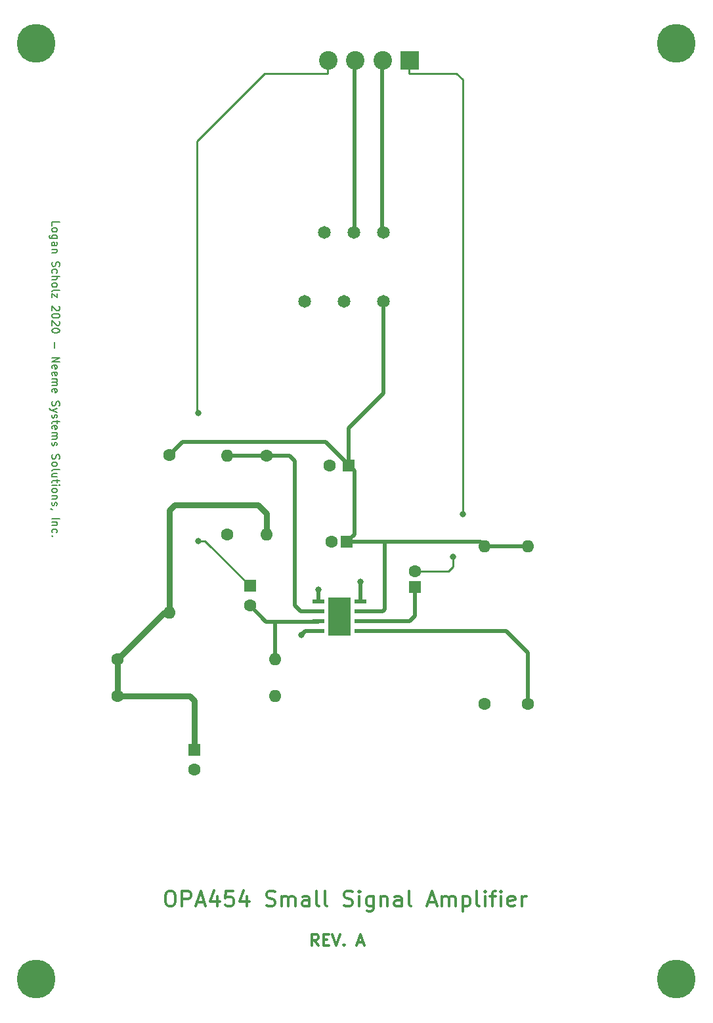
<source format=gbr>
%TF.GenerationSoftware,KiCad,Pcbnew,(5.1.6)-1*%
%TF.CreationDate,2020-11-12T12:18:02-07:00*%
%TF.ProjectId,OPA454_SmallSig_Amp,4f504134-3534-45f5-936d-616c6c536967,rev?*%
%TF.SameCoordinates,Original*%
%TF.FileFunction,Copper,L1,Top*%
%TF.FilePolarity,Positive*%
%FSLAX46Y46*%
G04 Gerber Fmt 4.6, Leading zero omitted, Abs format (unit mm)*
G04 Created by KiCad (PCBNEW (5.1.6)-1) date 2020-11-12 12:18:02*
%MOMM*%
%LPD*%
G01*
G04 APERTURE LIST*
%TA.AperFunction,NonConductor*%
%ADD10C,0.300000*%
%TD*%
%TA.AperFunction,NonConductor*%
%ADD11C,0.150000*%
%TD*%
%TA.AperFunction,ComponentPad*%
%ADD12C,5.000000*%
%TD*%
%TA.AperFunction,ComponentPad*%
%ADD13O,1.600000X1.600000*%
%TD*%
%TA.AperFunction,ComponentPad*%
%ADD14C,1.600000*%
%TD*%
%TA.AperFunction,ComponentPad*%
%ADD15C,1.650000*%
%TD*%
%TA.AperFunction,ComponentPad*%
%ADD16C,2.400000*%
%TD*%
%TA.AperFunction,ComponentPad*%
%ADD17R,2.400000X2.400000*%
%TD*%
%TA.AperFunction,ComponentPad*%
%ADD18R,1.600000X1.600000*%
%TD*%
%TA.AperFunction,ComponentPad*%
%ADD19C,0.300000*%
%TD*%
%TA.AperFunction,SMDPad,CuDef*%
%ADD20R,2.950000X4.900000*%
%TD*%
%TA.AperFunction,SMDPad,CuDef*%
%ADD21R,1.550000X0.600000*%
%TD*%
%TA.AperFunction,ViaPad*%
%ADD22C,0.800000*%
%TD*%
%TA.AperFunction,Conductor*%
%ADD23C,0.500000*%
%TD*%
%TA.AperFunction,Conductor*%
%ADD24C,0.750000*%
%TD*%
%TA.AperFunction,Conductor*%
%ADD25C,0.250000*%
%TD*%
G04 APERTURE END LIST*
D10*
X96071428Y-153928571D02*
X95571428Y-153214285D01*
X95214285Y-153928571D02*
X95214285Y-152428571D01*
X95785714Y-152428571D01*
X95928571Y-152500000D01*
X96000000Y-152571428D01*
X96071428Y-152714285D01*
X96071428Y-152928571D01*
X96000000Y-153071428D01*
X95928571Y-153142857D01*
X95785714Y-153214285D01*
X95214285Y-153214285D01*
X96714285Y-153142857D02*
X97214285Y-153142857D01*
X97428571Y-153928571D02*
X96714285Y-153928571D01*
X96714285Y-152428571D01*
X97428571Y-152428571D01*
X97857142Y-152428571D02*
X98357142Y-153928571D01*
X98857142Y-152428571D01*
X99357142Y-153785714D02*
X99428571Y-153857142D01*
X99357142Y-153928571D01*
X99285714Y-153857142D01*
X99357142Y-153785714D01*
X99357142Y-153928571D01*
X101142857Y-153500000D02*
X101857142Y-153500000D01*
X101000000Y-153928571D02*
X101500000Y-152428571D01*
X102000000Y-153928571D01*
D11*
X61697619Y-61088095D02*
X61697619Y-60611904D01*
X62697619Y-60611904D01*
X61697619Y-61564285D02*
X61745238Y-61469047D01*
X61792857Y-61421428D01*
X61888095Y-61373809D01*
X62173809Y-61373809D01*
X62269047Y-61421428D01*
X62316666Y-61469047D01*
X62364285Y-61564285D01*
X62364285Y-61707142D01*
X62316666Y-61802380D01*
X62269047Y-61850000D01*
X62173809Y-61897619D01*
X61888095Y-61897619D01*
X61792857Y-61850000D01*
X61745238Y-61802380D01*
X61697619Y-61707142D01*
X61697619Y-61564285D01*
X62364285Y-62754761D02*
X61554761Y-62754761D01*
X61459523Y-62707142D01*
X61411904Y-62659523D01*
X61364285Y-62564285D01*
X61364285Y-62421428D01*
X61411904Y-62326190D01*
X61745238Y-62754761D02*
X61697619Y-62659523D01*
X61697619Y-62469047D01*
X61745238Y-62373809D01*
X61792857Y-62326190D01*
X61888095Y-62278571D01*
X62173809Y-62278571D01*
X62269047Y-62326190D01*
X62316666Y-62373809D01*
X62364285Y-62469047D01*
X62364285Y-62659523D01*
X62316666Y-62754761D01*
X61697619Y-63659523D02*
X62221428Y-63659523D01*
X62316666Y-63611904D01*
X62364285Y-63516666D01*
X62364285Y-63326190D01*
X62316666Y-63230952D01*
X61745238Y-63659523D02*
X61697619Y-63564285D01*
X61697619Y-63326190D01*
X61745238Y-63230952D01*
X61840476Y-63183333D01*
X61935714Y-63183333D01*
X62030952Y-63230952D01*
X62078571Y-63326190D01*
X62078571Y-63564285D01*
X62126190Y-63659523D01*
X62364285Y-64135714D02*
X61697619Y-64135714D01*
X62269047Y-64135714D02*
X62316666Y-64183333D01*
X62364285Y-64278571D01*
X62364285Y-64421428D01*
X62316666Y-64516666D01*
X62221428Y-64564285D01*
X61697619Y-64564285D01*
X61745238Y-65754761D02*
X61697619Y-65897619D01*
X61697619Y-66135714D01*
X61745238Y-66230952D01*
X61792857Y-66278571D01*
X61888095Y-66326190D01*
X61983333Y-66326190D01*
X62078571Y-66278571D01*
X62126190Y-66230952D01*
X62173809Y-66135714D01*
X62221428Y-65945238D01*
X62269047Y-65850000D01*
X62316666Y-65802380D01*
X62411904Y-65754761D01*
X62507142Y-65754761D01*
X62602380Y-65802380D01*
X62650000Y-65850000D01*
X62697619Y-65945238D01*
X62697619Y-66183333D01*
X62650000Y-66326190D01*
X61745238Y-67183333D02*
X61697619Y-67088095D01*
X61697619Y-66897619D01*
X61745238Y-66802380D01*
X61792857Y-66754761D01*
X61888095Y-66707142D01*
X62173809Y-66707142D01*
X62269047Y-66754761D01*
X62316666Y-66802380D01*
X62364285Y-66897619D01*
X62364285Y-67088095D01*
X62316666Y-67183333D01*
X61697619Y-67611904D02*
X62697619Y-67611904D01*
X61697619Y-68040476D02*
X62221428Y-68040476D01*
X62316666Y-67992857D01*
X62364285Y-67897619D01*
X62364285Y-67754761D01*
X62316666Y-67659523D01*
X62269047Y-67611904D01*
X61697619Y-68659523D02*
X61745238Y-68564285D01*
X61792857Y-68516666D01*
X61888095Y-68469047D01*
X62173809Y-68469047D01*
X62269047Y-68516666D01*
X62316666Y-68564285D01*
X62364285Y-68659523D01*
X62364285Y-68802380D01*
X62316666Y-68897619D01*
X62269047Y-68945238D01*
X62173809Y-68992857D01*
X61888095Y-68992857D01*
X61792857Y-68945238D01*
X61745238Y-68897619D01*
X61697619Y-68802380D01*
X61697619Y-68659523D01*
X61697619Y-69564285D02*
X61745238Y-69469047D01*
X61840476Y-69421428D01*
X62697619Y-69421428D01*
X62364285Y-69850000D02*
X62364285Y-70373809D01*
X61697619Y-69850000D01*
X61697619Y-70373809D01*
X62602380Y-71469047D02*
X62650000Y-71516666D01*
X62697619Y-71611904D01*
X62697619Y-71850000D01*
X62650000Y-71945238D01*
X62602380Y-71992857D01*
X62507142Y-72040476D01*
X62411904Y-72040476D01*
X62269047Y-71992857D01*
X61697619Y-71421428D01*
X61697619Y-72040476D01*
X62697619Y-72659523D02*
X62697619Y-72754761D01*
X62650000Y-72850000D01*
X62602380Y-72897619D01*
X62507142Y-72945238D01*
X62316666Y-72992857D01*
X62078571Y-72992857D01*
X61888095Y-72945238D01*
X61792857Y-72897619D01*
X61745238Y-72850000D01*
X61697619Y-72754761D01*
X61697619Y-72659523D01*
X61745238Y-72564285D01*
X61792857Y-72516666D01*
X61888095Y-72469047D01*
X62078571Y-72421428D01*
X62316666Y-72421428D01*
X62507142Y-72469047D01*
X62602380Y-72516666D01*
X62650000Y-72564285D01*
X62697619Y-72659523D01*
X62602380Y-73373809D02*
X62650000Y-73421428D01*
X62697619Y-73516666D01*
X62697619Y-73754761D01*
X62650000Y-73850000D01*
X62602380Y-73897619D01*
X62507142Y-73945238D01*
X62411904Y-73945238D01*
X62269047Y-73897619D01*
X61697619Y-73326190D01*
X61697619Y-73945238D01*
X62697619Y-74564285D02*
X62697619Y-74659523D01*
X62650000Y-74754761D01*
X62602380Y-74802380D01*
X62507142Y-74850000D01*
X62316666Y-74897619D01*
X62078571Y-74897619D01*
X61888095Y-74850000D01*
X61792857Y-74802380D01*
X61745238Y-74754761D01*
X61697619Y-74659523D01*
X61697619Y-74564285D01*
X61745238Y-74469047D01*
X61792857Y-74421428D01*
X61888095Y-74373809D01*
X62078571Y-74326190D01*
X62316666Y-74326190D01*
X62507142Y-74373809D01*
X62602380Y-74421428D01*
X62650000Y-74469047D01*
X62697619Y-74564285D01*
X62078571Y-76088095D02*
X62078571Y-76850000D01*
X61697619Y-78088095D02*
X62697619Y-78088095D01*
X61697619Y-78659523D01*
X62697619Y-78659523D01*
X61745238Y-79516666D02*
X61697619Y-79421428D01*
X61697619Y-79230952D01*
X61745238Y-79135714D01*
X61840476Y-79088095D01*
X62221428Y-79088095D01*
X62316666Y-79135714D01*
X62364285Y-79230952D01*
X62364285Y-79421428D01*
X62316666Y-79516666D01*
X62221428Y-79564285D01*
X62126190Y-79564285D01*
X62030952Y-79088095D01*
X61745238Y-80373809D02*
X61697619Y-80278571D01*
X61697619Y-80088095D01*
X61745238Y-79992857D01*
X61840476Y-79945238D01*
X62221428Y-79945238D01*
X62316666Y-79992857D01*
X62364285Y-80088095D01*
X62364285Y-80278571D01*
X62316666Y-80373809D01*
X62221428Y-80421428D01*
X62126190Y-80421428D01*
X62030952Y-79945238D01*
X61697619Y-80850000D02*
X62364285Y-80850000D01*
X62269047Y-80850000D02*
X62316666Y-80897619D01*
X62364285Y-80992857D01*
X62364285Y-81135714D01*
X62316666Y-81230952D01*
X62221428Y-81278571D01*
X61697619Y-81278571D01*
X62221428Y-81278571D02*
X62316666Y-81326190D01*
X62364285Y-81421428D01*
X62364285Y-81564285D01*
X62316666Y-81659523D01*
X62221428Y-81707142D01*
X61697619Y-81707142D01*
X61745238Y-82564285D02*
X61697619Y-82469047D01*
X61697619Y-82278571D01*
X61745238Y-82183333D01*
X61840476Y-82135714D01*
X62221428Y-82135714D01*
X62316666Y-82183333D01*
X62364285Y-82278571D01*
X62364285Y-82469047D01*
X62316666Y-82564285D01*
X62221428Y-82611904D01*
X62126190Y-82611904D01*
X62030952Y-82135714D01*
X61745238Y-83754761D02*
X61697619Y-83897619D01*
X61697619Y-84135714D01*
X61745238Y-84230952D01*
X61792857Y-84278571D01*
X61888095Y-84326190D01*
X61983333Y-84326190D01*
X62078571Y-84278571D01*
X62126190Y-84230952D01*
X62173809Y-84135714D01*
X62221428Y-83945238D01*
X62269047Y-83850000D01*
X62316666Y-83802380D01*
X62411904Y-83754761D01*
X62507142Y-83754761D01*
X62602380Y-83802380D01*
X62650000Y-83850000D01*
X62697619Y-83945238D01*
X62697619Y-84183333D01*
X62650000Y-84326190D01*
X62364285Y-84659523D02*
X61697619Y-84897619D01*
X62364285Y-85135714D02*
X61697619Y-84897619D01*
X61459523Y-84802380D01*
X61411904Y-84754761D01*
X61364285Y-84659523D01*
X61745238Y-85469047D02*
X61697619Y-85564285D01*
X61697619Y-85754761D01*
X61745238Y-85850000D01*
X61840476Y-85897619D01*
X61888095Y-85897619D01*
X61983333Y-85850000D01*
X62030952Y-85754761D01*
X62030952Y-85611904D01*
X62078571Y-85516666D01*
X62173809Y-85469047D01*
X62221428Y-85469047D01*
X62316666Y-85516666D01*
X62364285Y-85611904D01*
X62364285Y-85754761D01*
X62316666Y-85850000D01*
X62364285Y-86183333D02*
X62364285Y-86564285D01*
X62697619Y-86326190D02*
X61840476Y-86326190D01*
X61745238Y-86373809D01*
X61697619Y-86469047D01*
X61697619Y-86564285D01*
X61745238Y-87278571D02*
X61697619Y-87183333D01*
X61697619Y-86992857D01*
X61745238Y-86897619D01*
X61840476Y-86850000D01*
X62221428Y-86850000D01*
X62316666Y-86897619D01*
X62364285Y-86992857D01*
X62364285Y-87183333D01*
X62316666Y-87278571D01*
X62221428Y-87326190D01*
X62126190Y-87326190D01*
X62030952Y-86850000D01*
X61697619Y-87754761D02*
X62364285Y-87754761D01*
X62269047Y-87754761D02*
X62316666Y-87802380D01*
X62364285Y-87897619D01*
X62364285Y-88040476D01*
X62316666Y-88135714D01*
X62221428Y-88183333D01*
X61697619Y-88183333D01*
X62221428Y-88183333D02*
X62316666Y-88230952D01*
X62364285Y-88326190D01*
X62364285Y-88469047D01*
X62316666Y-88564285D01*
X62221428Y-88611904D01*
X61697619Y-88611904D01*
X61745238Y-89040476D02*
X61697619Y-89135714D01*
X61697619Y-89326190D01*
X61745238Y-89421428D01*
X61840476Y-89469047D01*
X61888095Y-89469047D01*
X61983333Y-89421428D01*
X62030952Y-89326190D01*
X62030952Y-89183333D01*
X62078571Y-89088095D01*
X62173809Y-89040476D01*
X62221428Y-89040476D01*
X62316666Y-89088095D01*
X62364285Y-89183333D01*
X62364285Y-89326190D01*
X62316666Y-89421428D01*
X61745238Y-90611904D02*
X61697619Y-90754761D01*
X61697619Y-90992857D01*
X61745238Y-91088095D01*
X61792857Y-91135714D01*
X61888095Y-91183333D01*
X61983333Y-91183333D01*
X62078571Y-91135714D01*
X62126190Y-91088095D01*
X62173809Y-90992857D01*
X62221428Y-90802380D01*
X62269047Y-90707142D01*
X62316666Y-90659523D01*
X62411904Y-90611904D01*
X62507142Y-90611904D01*
X62602380Y-90659523D01*
X62650000Y-90707142D01*
X62697619Y-90802380D01*
X62697619Y-91040476D01*
X62650000Y-91183333D01*
X61697619Y-91754761D02*
X61745238Y-91659523D01*
X61792857Y-91611904D01*
X61888095Y-91564285D01*
X62173809Y-91564285D01*
X62269047Y-91611904D01*
X62316666Y-91659523D01*
X62364285Y-91754761D01*
X62364285Y-91897619D01*
X62316666Y-91992857D01*
X62269047Y-92040476D01*
X62173809Y-92088095D01*
X61888095Y-92088095D01*
X61792857Y-92040476D01*
X61745238Y-91992857D01*
X61697619Y-91897619D01*
X61697619Y-91754761D01*
X61697619Y-92659523D02*
X61745238Y-92564285D01*
X61840476Y-92516666D01*
X62697619Y-92516666D01*
X62364285Y-93469047D02*
X61697619Y-93469047D01*
X62364285Y-93040476D02*
X61840476Y-93040476D01*
X61745238Y-93088095D01*
X61697619Y-93183333D01*
X61697619Y-93326190D01*
X61745238Y-93421428D01*
X61792857Y-93469047D01*
X62364285Y-93802380D02*
X62364285Y-94183333D01*
X62697619Y-93945238D02*
X61840476Y-93945238D01*
X61745238Y-93992857D01*
X61697619Y-94088095D01*
X61697619Y-94183333D01*
X61697619Y-94516666D02*
X62364285Y-94516666D01*
X62697619Y-94516666D02*
X62650000Y-94469047D01*
X62602380Y-94516666D01*
X62650000Y-94564285D01*
X62697619Y-94516666D01*
X62602380Y-94516666D01*
X61697619Y-95135714D02*
X61745238Y-95040476D01*
X61792857Y-94992857D01*
X61888095Y-94945238D01*
X62173809Y-94945238D01*
X62269047Y-94992857D01*
X62316666Y-95040476D01*
X62364285Y-95135714D01*
X62364285Y-95278571D01*
X62316666Y-95373809D01*
X62269047Y-95421428D01*
X62173809Y-95469047D01*
X61888095Y-95469047D01*
X61792857Y-95421428D01*
X61745238Y-95373809D01*
X61697619Y-95278571D01*
X61697619Y-95135714D01*
X62364285Y-95897619D02*
X61697619Y-95897619D01*
X62269047Y-95897619D02*
X62316666Y-95945238D01*
X62364285Y-96040476D01*
X62364285Y-96183333D01*
X62316666Y-96278571D01*
X62221428Y-96326190D01*
X61697619Y-96326190D01*
X61745238Y-96754761D02*
X61697619Y-96849999D01*
X61697619Y-97040476D01*
X61745238Y-97135714D01*
X61840476Y-97183333D01*
X61888095Y-97183333D01*
X61983333Y-97135714D01*
X62030952Y-97040476D01*
X62030952Y-96897619D01*
X62078571Y-96802380D01*
X62173809Y-96754761D01*
X62221428Y-96754761D01*
X62316666Y-96802380D01*
X62364285Y-96897619D01*
X62364285Y-97040476D01*
X62316666Y-97135714D01*
X61745238Y-97659523D02*
X61697619Y-97659523D01*
X61602380Y-97611904D01*
X61554761Y-97564285D01*
X61697619Y-98849999D02*
X62697619Y-98849999D01*
X62364285Y-99326190D02*
X61697619Y-99326190D01*
X62269047Y-99326190D02*
X62316666Y-99373809D01*
X62364285Y-99469047D01*
X62364285Y-99611904D01*
X62316666Y-99707142D01*
X62221428Y-99754761D01*
X61697619Y-99754761D01*
X61745238Y-100659523D02*
X61697619Y-100564285D01*
X61697619Y-100373809D01*
X61745238Y-100278571D01*
X61792857Y-100230952D01*
X61888095Y-100183333D01*
X62173809Y-100183333D01*
X62269047Y-100230952D01*
X62316666Y-100278571D01*
X62364285Y-100373809D01*
X62364285Y-100564285D01*
X62316666Y-100659523D01*
X61792857Y-101088095D02*
X61745238Y-101135714D01*
X61697619Y-101088095D01*
X61745238Y-101040476D01*
X61792857Y-101088095D01*
X61697619Y-101088095D01*
D10*
X76785714Y-146854761D02*
X77166666Y-146854761D01*
X77357142Y-146950000D01*
X77547619Y-147140476D01*
X77642857Y-147521428D01*
X77642857Y-148188095D01*
X77547619Y-148569047D01*
X77357142Y-148759523D01*
X77166666Y-148854761D01*
X76785714Y-148854761D01*
X76595238Y-148759523D01*
X76404761Y-148569047D01*
X76309523Y-148188095D01*
X76309523Y-147521428D01*
X76404761Y-147140476D01*
X76595238Y-146950000D01*
X76785714Y-146854761D01*
X78499999Y-148854761D02*
X78499999Y-146854761D01*
X79261904Y-146854761D01*
X79452380Y-146950000D01*
X79547619Y-147045238D01*
X79642857Y-147235714D01*
X79642857Y-147521428D01*
X79547619Y-147711904D01*
X79452380Y-147807142D01*
X79261904Y-147902380D01*
X78499999Y-147902380D01*
X80404761Y-148283333D02*
X81357142Y-148283333D01*
X80214285Y-148854761D02*
X80880952Y-146854761D01*
X81547619Y-148854761D01*
X83071428Y-147521428D02*
X83071428Y-148854761D01*
X82595238Y-146759523D02*
X82119047Y-148188095D01*
X83357142Y-148188095D01*
X85071428Y-146854761D02*
X84119047Y-146854761D01*
X84023809Y-147807142D01*
X84119047Y-147711904D01*
X84309523Y-147616666D01*
X84785714Y-147616666D01*
X84976190Y-147711904D01*
X85071428Y-147807142D01*
X85166666Y-147997619D01*
X85166666Y-148473809D01*
X85071428Y-148664285D01*
X84976190Y-148759523D01*
X84785714Y-148854761D01*
X84309523Y-148854761D01*
X84119047Y-148759523D01*
X84023809Y-148664285D01*
X86880952Y-147521428D02*
X86880952Y-148854761D01*
X86404761Y-146759523D02*
X85928571Y-148188095D01*
X87166666Y-148188095D01*
X89357142Y-148759523D02*
X89642857Y-148854761D01*
X90119047Y-148854761D01*
X90309523Y-148759523D01*
X90404761Y-148664285D01*
X90499999Y-148473809D01*
X90499999Y-148283333D01*
X90404761Y-148092857D01*
X90309523Y-147997619D01*
X90119047Y-147902380D01*
X89738095Y-147807142D01*
X89547619Y-147711904D01*
X89452380Y-147616666D01*
X89357142Y-147426190D01*
X89357142Y-147235714D01*
X89452380Y-147045238D01*
X89547619Y-146950000D01*
X89738095Y-146854761D01*
X90214285Y-146854761D01*
X90499999Y-146950000D01*
X91357142Y-148854761D02*
X91357142Y-147521428D01*
X91357142Y-147711904D02*
X91452380Y-147616666D01*
X91642857Y-147521428D01*
X91928571Y-147521428D01*
X92119047Y-147616666D01*
X92214285Y-147807142D01*
X92214285Y-148854761D01*
X92214285Y-147807142D02*
X92309523Y-147616666D01*
X92499999Y-147521428D01*
X92785714Y-147521428D01*
X92976190Y-147616666D01*
X93071428Y-147807142D01*
X93071428Y-148854761D01*
X94880952Y-148854761D02*
X94880952Y-147807142D01*
X94785714Y-147616666D01*
X94595238Y-147521428D01*
X94214285Y-147521428D01*
X94023809Y-147616666D01*
X94880952Y-148759523D02*
X94690476Y-148854761D01*
X94214285Y-148854761D01*
X94023809Y-148759523D01*
X93928571Y-148569047D01*
X93928571Y-148378571D01*
X94023809Y-148188095D01*
X94214285Y-148092857D01*
X94690476Y-148092857D01*
X94880952Y-147997619D01*
X96119047Y-148854761D02*
X95928571Y-148759523D01*
X95833333Y-148569047D01*
X95833333Y-146854761D01*
X97166666Y-148854761D02*
X96976190Y-148759523D01*
X96880952Y-148569047D01*
X96880952Y-146854761D01*
X99357142Y-148759523D02*
X99642857Y-148854761D01*
X100119047Y-148854761D01*
X100309523Y-148759523D01*
X100404761Y-148664285D01*
X100499999Y-148473809D01*
X100499999Y-148283333D01*
X100404761Y-148092857D01*
X100309523Y-147997619D01*
X100119047Y-147902380D01*
X99738095Y-147807142D01*
X99547619Y-147711904D01*
X99452380Y-147616666D01*
X99357142Y-147426190D01*
X99357142Y-147235714D01*
X99452380Y-147045238D01*
X99547619Y-146950000D01*
X99738095Y-146854761D01*
X100214285Y-146854761D01*
X100499999Y-146950000D01*
X101357142Y-148854761D02*
X101357142Y-147521428D01*
X101357142Y-146854761D02*
X101261904Y-146950000D01*
X101357142Y-147045238D01*
X101452380Y-146950000D01*
X101357142Y-146854761D01*
X101357142Y-147045238D01*
X103166666Y-147521428D02*
X103166666Y-149140476D01*
X103071428Y-149330952D01*
X102976190Y-149426190D01*
X102785714Y-149521428D01*
X102499999Y-149521428D01*
X102309523Y-149426190D01*
X103166666Y-148759523D02*
X102976190Y-148854761D01*
X102595238Y-148854761D01*
X102404761Y-148759523D01*
X102309523Y-148664285D01*
X102214285Y-148473809D01*
X102214285Y-147902380D01*
X102309523Y-147711904D01*
X102404761Y-147616666D01*
X102595238Y-147521428D01*
X102976190Y-147521428D01*
X103166666Y-147616666D01*
X104119047Y-147521428D02*
X104119047Y-148854761D01*
X104119047Y-147711904D02*
X104214285Y-147616666D01*
X104404761Y-147521428D01*
X104690476Y-147521428D01*
X104880952Y-147616666D01*
X104976190Y-147807142D01*
X104976190Y-148854761D01*
X106785714Y-148854761D02*
X106785714Y-147807142D01*
X106690476Y-147616666D01*
X106499999Y-147521428D01*
X106119047Y-147521428D01*
X105928571Y-147616666D01*
X106785714Y-148759523D02*
X106595238Y-148854761D01*
X106119047Y-148854761D01*
X105928571Y-148759523D01*
X105833333Y-148569047D01*
X105833333Y-148378571D01*
X105928571Y-148188095D01*
X106119047Y-148092857D01*
X106595238Y-148092857D01*
X106785714Y-147997619D01*
X108023809Y-148854761D02*
X107833333Y-148759523D01*
X107738095Y-148569047D01*
X107738095Y-146854761D01*
X110214285Y-148283333D02*
X111166666Y-148283333D01*
X110023809Y-148854761D02*
X110690476Y-146854761D01*
X111357142Y-148854761D01*
X112023809Y-148854761D02*
X112023809Y-147521428D01*
X112023809Y-147711904D02*
X112119047Y-147616666D01*
X112309523Y-147521428D01*
X112595238Y-147521428D01*
X112785714Y-147616666D01*
X112880952Y-147807142D01*
X112880952Y-148854761D01*
X112880952Y-147807142D02*
X112976190Y-147616666D01*
X113166666Y-147521428D01*
X113452380Y-147521428D01*
X113642857Y-147616666D01*
X113738095Y-147807142D01*
X113738095Y-148854761D01*
X114690476Y-147521428D02*
X114690476Y-149521428D01*
X114690476Y-147616666D02*
X114880952Y-147521428D01*
X115261904Y-147521428D01*
X115452380Y-147616666D01*
X115547619Y-147711904D01*
X115642857Y-147902380D01*
X115642857Y-148473809D01*
X115547619Y-148664285D01*
X115452380Y-148759523D01*
X115261904Y-148854761D01*
X114880952Y-148854761D01*
X114690476Y-148759523D01*
X116785714Y-148854761D02*
X116595238Y-148759523D01*
X116499999Y-148569047D01*
X116499999Y-146854761D01*
X117547619Y-148854761D02*
X117547619Y-147521428D01*
X117547619Y-146854761D02*
X117452380Y-146950000D01*
X117547619Y-147045238D01*
X117642857Y-146950000D01*
X117547619Y-146854761D01*
X117547619Y-147045238D01*
X118214285Y-147521428D02*
X118976190Y-147521428D01*
X118499999Y-148854761D02*
X118499999Y-147140476D01*
X118595238Y-146950000D01*
X118785714Y-146854761D01*
X118976190Y-146854761D01*
X119642857Y-148854761D02*
X119642857Y-147521428D01*
X119642857Y-146854761D02*
X119547619Y-146950000D01*
X119642857Y-147045238D01*
X119738095Y-146950000D01*
X119642857Y-146854761D01*
X119642857Y-147045238D01*
X121357142Y-148759523D02*
X121166666Y-148854761D01*
X120785714Y-148854761D01*
X120595238Y-148759523D01*
X120499999Y-148569047D01*
X120499999Y-147807142D01*
X120595238Y-147616666D01*
X120785714Y-147521428D01*
X121166666Y-147521428D01*
X121357142Y-147616666D01*
X121452380Y-147807142D01*
X121452380Y-147997619D01*
X120499999Y-148188095D01*
X122309523Y-148854761D02*
X122309523Y-147521428D01*
X122309523Y-147902380D02*
X122404761Y-147711904D01*
X122499999Y-147616666D01*
X122690476Y-147521428D01*
X122880952Y-147521428D01*
D12*
%TO.P,H4,1*%
%TO.N,N/C*%
X142250000Y-158250000D03*
%TD*%
%TO.P,H3,1*%
%TO.N,N/C*%
X142250000Y-37600000D03*
%TD*%
%TO.P,H2,1*%
%TO.N,N/C*%
X59700000Y-158250000D03*
%TD*%
%TO.P,H1,1*%
%TO.N,N/C*%
X59700000Y-37600000D03*
%TD*%
D13*
%TO.P,R3,2*%
%TO.N,Net-(R2-Pad1)*%
X84316000Y-90765000D03*
D14*
%TO.P,R3,1*%
%TO.N,Net-(C5-Pad1)*%
X84316000Y-100925000D03*
%TD*%
D13*
%TO.P,R2,2*%
%TO.N,SIG_BIAS*%
X89396000Y-100925000D03*
D14*
%TO.P,R2,1*%
%TO.N,Net-(R2-Pad1)*%
X89396000Y-90765000D03*
%TD*%
D15*
%TO.P,U2,4*%
%TO.N,V-*%
X94285500Y-70826000D03*
%TO.P,U2,5*%
%TO.N,Net-(U2-Pad5)*%
X99365500Y-70826000D03*
%TO.P,U2,3*%
%TO.N,V+*%
X104445500Y-70826000D03*
%TO.P,U2,6*%
%TO.N,Net-(U2-Pad6)*%
X96825500Y-61936000D03*
%TO.P,U2,2*%
%TO.N,5V_IN*%
X100635500Y-61936000D03*
%TO.P,U2,1*%
%TO.N,5V_GND*%
X104445500Y-61936000D03*
%TD*%
D13*
%TO.P,R7,2*%
%TO.N,V+*%
X117463000Y-102385500D03*
D14*
%TO.P,R7,1*%
%TO.N,Net-(R7-Pad1)*%
X117463000Y-122705500D03*
%TD*%
D13*
%TO.P,R6,2*%
%TO.N,Net-(C2-Pad2)*%
X90475500Y-116990500D03*
D14*
%TO.P,R6,1*%
%TO.N,SIG_BIAS*%
X70155500Y-116990500D03*
%TD*%
D13*
%TO.P,R5,2*%
%TO.N,V-*%
X90475500Y-121753000D03*
D14*
%TO.P,R5,1*%
%TO.N,SIG_BIAS*%
X70155500Y-121753000D03*
%TD*%
D13*
%TO.P,R4,2*%
%TO.N,V+*%
X123114500Y-102449000D03*
D14*
%TO.P,R4,1*%
%TO.N,Net-(R4-Pad1)*%
X123114500Y-122769000D03*
%TD*%
D13*
%TO.P,R1,2*%
%TO.N,SIG_BIAS*%
X76823000Y-110958000D03*
D14*
%TO.P,R1,1*%
%TO.N,V+*%
X76823000Y-90638000D03*
%TD*%
D16*
%TO.P,J1,4*%
%TO.N,+SIG_IN*%
X97350000Y-39800000D03*
%TO.P,J1,3*%
%TO.N,5V_IN*%
X100850000Y-39800000D03*
%TO.P,J1,2*%
%TO.N,5V_GND*%
X104350000Y-39800000D03*
D17*
%TO.P,J1,1*%
%TO.N,SIG_OUT*%
X107850000Y-39800000D03*
%TD*%
D14*
%TO.P,C5,2*%
%TO.N,SIG_OUT*%
X108509500Y-105656000D03*
D18*
%TO.P,C5,1*%
%TO.N,Net-(C5-Pad1)*%
X108509500Y-107656000D03*
%TD*%
D14*
%TO.P,C4,2*%
%TO.N,V-*%
X97725966Y-101869500D03*
D18*
%TO.P,C4,1*%
%TO.N,V+*%
X99725966Y-101869500D03*
%TD*%
D14*
%TO.P,C3,2*%
%TO.N,V-*%
X97500500Y-91971500D03*
D18*
%TO.P,C3,1*%
%TO.N,V+*%
X100000500Y-91971500D03*
%TD*%
D14*
%TO.P,C2,2*%
%TO.N,Net-(C2-Pad2)*%
X87237000Y-110029000D03*
D18*
%TO.P,C2,1*%
%TO.N,+SIG_IN*%
X87237000Y-107529000D03*
%TD*%
D14*
%TO.P,C1,2*%
%TO.N,V-*%
X80100000Y-131200000D03*
D18*
%TO.P,C1,1*%
%TO.N,SIG_BIAS*%
X80100000Y-128700000D03*
%TD*%
D19*
%TO.P,U1,17*%
%TO.N,V-*%
X99444000Y-113416000D03*
%TO.P,U1,16*%
X98144000Y-113416000D03*
%TO.P,U1,15*%
X99444000Y-112116000D03*
%TO.P,U1,14*%
X98144000Y-112116000D03*
%TO.P,U1,13*%
X99444000Y-110816000D03*
%TO.P,U1,12*%
X98144000Y-110816000D03*
%TO.P,U1,11*%
X99444000Y-109516000D03*
%TO.P,U1,10*%
X98144000Y-109516000D03*
D20*
%TO.P,U1,9*%
X98794000Y-111466000D03*
D21*
%TO.P,U1,8*%
%TO.N,Net-(R7-Pad1)*%
X101494000Y-109561000D03*
%TO.P,U1,7*%
%TO.N,V+*%
X101494000Y-110831000D03*
%TO.P,U1,6*%
%TO.N,Net-(C5-Pad1)*%
X101494000Y-112101000D03*
%TO.P,U1,5*%
%TO.N,Net-(R4-Pad1)*%
X101494000Y-113371000D03*
%TO.P,U1,4*%
%TO.N,V-*%
X96094000Y-113371000D03*
%TO.P,U1,3*%
%TO.N,Net-(C2-Pad2)*%
X96094000Y-112101000D03*
%TO.P,U1,2*%
%TO.N,Net-(R2-Pad1)*%
X96094000Y-110831000D03*
%TO.P,U1,1*%
%TO.N,V-*%
X96094000Y-109561000D03*
%TD*%
D22*
%TO.N,V-*%
X93904500Y-113879000D03*
X96094000Y-108004000D03*
%TO.N,+SIG_IN*%
X80550000Y-85225000D03*
X80550000Y-101750000D03*
%TO.N,SIG_OUT*%
X113425000Y-103800000D03*
X114700000Y-98250000D03*
%TO.N,Net-(R7-Pad1)*%
X101494000Y-106988000D03*
%TD*%
D23*
%TO.N,V+*%
X117526500Y-102449000D02*
X117463000Y-102385500D01*
X123114500Y-102449000D02*
X117526500Y-102449000D01*
X116947000Y-101869500D02*
X117463000Y-102385500D01*
X104445500Y-70826000D02*
X104445500Y-82700500D01*
X104445500Y-82700500D02*
X100000500Y-87145500D01*
X100000500Y-87145500D02*
X100000500Y-91971500D01*
X101494000Y-110831000D02*
X104382000Y-110831000D01*
X104644000Y-110569000D02*
X104644000Y-101869500D01*
X104382000Y-110831000D02*
X104644000Y-110569000D01*
X99725966Y-101869500D02*
X104644000Y-101869500D01*
X104644000Y-101869500D02*
X116947000Y-101869500D01*
X100733966Y-100861500D02*
X100733966Y-94292466D01*
X100733966Y-92704966D02*
X100000500Y-91971500D01*
X100733966Y-94292466D02*
X100733966Y-92704966D01*
X100733966Y-100861500D02*
X99725966Y-101869500D01*
X76823000Y-90638000D02*
X78525000Y-88936000D01*
X97011000Y-88936000D02*
X100000500Y-91925500D01*
X100000500Y-91925500D02*
X100000500Y-91971500D01*
X78525000Y-88936000D02*
X97011000Y-88936000D01*
%TO.N,V-*%
X96094000Y-113371000D02*
X94412500Y-113371000D01*
X93904500Y-113879000D02*
X93904500Y-113879000D01*
X94412500Y-113371000D02*
X93904500Y-113879000D01*
X96094000Y-108004000D02*
X96094000Y-108004000D01*
X96094000Y-109561000D02*
X96094000Y-108004000D01*
%TO.N,Net-(R4-Pad1)*%
X123114500Y-122769000D02*
X123114500Y-116165000D01*
X123114500Y-116165000D02*
X120320500Y-113371000D01*
X120320500Y-113371000D02*
X101494000Y-113371000D01*
D24*
%TO.N,SIG_BIAS*%
X70155500Y-116990500D02*
X70155500Y-121753000D01*
X76188000Y-110958000D02*
X76823000Y-110958000D01*
X70155500Y-116990500D02*
X76188000Y-110958000D01*
X89396000Y-100925000D02*
X89396000Y-98171000D01*
X89396000Y-98171000D02*
X88300000Y-97075000D01*
X88300000Y-97075000D02*
X77525000Y-97075000D01*
X76823000Y-97777000D02*
X76823000Y-110958000D01*
X77525000Y-97075000D02*
X76823000Y-97777000D01*
X70155500Y-121753000D02*
X79503000Y-121753000D01*
X80100000Y-122350000D02*
X80100000Y-128700000D01*
X79503000Y-121753000D02*
X80100000Y-122350000D01*
D23*
%TO.N,Net-(C2-Pad2)*%
X89332500Y-112124500D02*
X87237000Y-110029000D01*
X96094000Y-112101000D02*
X96070500Y-112124500D01*
X96070500Y-112124500D02*
X90562500Y-112124500D01*
X90475500Y-112211500D02*
X90562500Y-112124500D01*
X90475500Y-116990500D02*
X90475500Y-112211500D01*
X90562500Y-112124500D02*
X89332500Y-112124500D01*
D25*
%TO.N,+SIG_IN*%
X97247500Y-41489000D02*
X89161000Y-41489000D01*
X89161000Y-41489000D02*
X80450000Y-50200000D01*
X80450000Y-50200000D02*
X80450000Y-85125000D01*
X80450000Y-85125000D02*
X80550000Y-85225000D01*
X81458000Y-101750000D02*
X87237000Y-107529000D01*
X80550000Y-101750000D02*
X81458000Y-101750000D01*
X97247500Y-39902500D02*
X97350000Y-39800000D01*
X97247500Y-41489000D02*
X97247500Y-39902500D01*
%TO.N,SIG_OUT*%
X113425000Y-103800000D02*
X113425000Y-105075000D01*
X112844000Y-105656000D02*
X108509500Y-105656000D01*
X113425000Y-105075000D02*
X112844000Y-105656000D01*
X113839000Y-41489000D02*
X107747500Y-41489000D01*
X114700000Y-98250000D02*
X114675000Y-42200000D01*
X114675000Y-42200000D02*
X113839000Y-41489000D01*
X107747500Y-39902500D02*
X107850000Y-39800000D01*
X107747500Y-41489000D02*
X107747500Y-39902500D01*
D23*
%TO.N,Net-(C5-Pad1)*%
X101494000Y-112101000D02*
X106985500Y-112101000D01*
X106985500Y-112101000D02*
X107811000Y-112101000D01*
X107811000Y-112101000D02*
X108509500Y-111402500D01*
X108509500Y-111402500D02*
X108509500Y-107656000D01*
D25*
%TO.N,5V_IN*%
X100747500Y-39902500D02*
X100850000Y-39800000D01*
X100635500Y-61936000D02*
X100747500Y-61824000D01*
D23*
X100747500Y-61824000D02*
X100747500Y-39902500D01*
D25*
%TO.N,5V_GND*%
X104247500Y-39902500D02*
X104350000Y-39800000D01*
X104445500Y-61936000D02*
X104247500Y-61738000D01*
D23*
X104247500Y-61738000D02*
X104247500Y-39902500D01*
%TO.N,Net-(R2-Pad1)*%
X89396000Y-90765000D02*
X84316000Y-90765000D01*
X89396000Y-90765000D02*
X92340000Y-90765000D01*
X92340000Y-90765000D02*
X93000000Y-91425000D01*
X96094000Y-110831000D02*
X93806000Y-110831000D01*
X93000000Y-110025000D02*
X93000000Y-108575000D01*
X93806000Y-110831000D02*
X93000000Y-110025000D01*
X93000000Y-91425000D02*
X93000000Y-108575000D01*
X93000000Y-108575000D02*
X93000000Y-108762000D01*
%TO.N,Net-(R7-Pad1)*%
X101494000Y-109561000D02*
X101494000Y-106988000D01*
D25*
X101494000Y-106988000D02*
X101494000Y-106988000D01*
X101494000Y-106988000D02*
X101494000Y-106988000D01*
%TD*%
M02*

</source>
